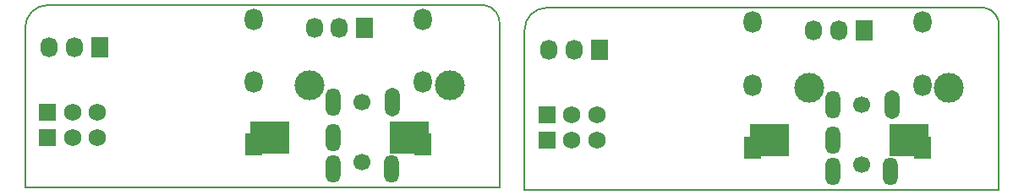
<source format=gts>
G04 #@! TF.FileFunction,Soldermask,Top*
%FSLAX45Y45*%
G04 Gerber Fmt 4.5, Leading zero omitted, Abs format (unit mm)*
G04 Created by KiCad (PCBNEW 4.0.6+dfsg1-1) date Thu Nov  2 20:52:10 2017*
%MOMM*%
%LPD*%
G01*
G04 APERTURE LIST*
%ADD10C,0.150000*%
%ADD11R,1.800860X2.199640*%
%ADD12O,1.800860X2.199640*%
%ADD13R,1.727200X2.032000*%
%ADD14O,1.727200X2.032000*%
%ADD15C,1.750060*%
%ADD16R,1.750060X1.750060*%
%ADD17R,4.000000X3.200000*%
%ADD18C,3.000000*%
%ADD19O,1.500000X2.800000*%
%ADD20O,1.500000X2.900000*%
%ADD21C,1.700000*%
G04 APERTURE END LIST*
D10*
X19975000Y-15340000D02*
X15225000Y-15340000D01*
X15450000Y-13515000D02*
G75*
G03X15225000Y-13740000I0J-225000D01*
G01*
X19975000Y-13715000D02*
G75*
G03X19825000Y-13515000I-175000J25000D01*
G01*
X15225000Y-15340000D02*
X15225000Y-13740000D01*
X15450000Y-13515000D02*
X19825000Y-13515000D01*
X19975000Y-15340000D02*
X19975000Y-13715000D01*
X14975000Y-15315000D02*
X14975000Y-13690000D01*
X10450000Y-13490000D02*
X14825000Y-13490000D01*
X10225000Y-15315000D02*
X10225000Y-13715000D01*
X14975000Y-13690000D02*
G75*
G03X14825000Y-13490000I-175000J25000D01*
G01*
X10450000Y-13490000D02*
G75*
G03X10225000Y-13715000I0J-225000D01*
G01*
X14975000Y-15315000D02*
X10225000Y-15315000D01*
D11*
X17510000Y-14919884D03*
D12*
X17510000Y-14289964D03*
X17510000Y-13660044D03*
D11*
X19210000Y-14919884D03*
D12*
X19210000Y-14289964D03*
X19210000Y-13660044D03*
D13*
X15975000Y-13940000D03*
D14*
X15721000Y-13940000D03*
X15467000Y-13940000D03*
D15*
X15949936Y-14589938D03*
D16*
X15450064Y-14589938D03*
D15*
X15700000Y-14589938D03*
X15700000Y-14839874D03*
D16*
X15450064Y-14839874D03*
D15*
X15949936Y-14839874D03*
D13*
X18625000Y-13740000D03*
D14*
X18371000Y-13740000D03*
X18117000Y-13740000D03*
D17*
X19075000Y-14840000D03*
X17675000Y-14840000D03*
D18*
X19475000Y-14315000D03*
X18075000Y-14315000D03*
D19*
X18892500Y-15160000D03*
X18312500Y-15160000D03*
X18312500Y-14840000D03*
X18312500Y-14490000D03*
D20*
X18902500Y-14490000D03*
D21*
X18602500Y-15090000D03*
X18602500Y-14490000D03*
D13*
X10975000Y-13915000D03*
D14*
X10721000Y-13915000D03*
X10467000Y-13915000D03*
D15*
X10949936Y-14564938D03*
D16*
X10450064Y-14564938D03*
D15*
X10700000Y-14564938D03*
X10700000Y-14814874D03*
D16*
X10450064Y-14814874D03*
D15*
X10949936Y-14814874D03*
D13*
X13625000Y-13715000D03*
D14*
X13371000Y-13715000D03*
X13125000Y-13715000D03*
D17*
X14075000Y-14815000D03*
X12675000Y-14815000D03*
D18*
X14475000Y-14290000D03*
X13075000Y-14290000D03*
D19*
X13890000Y-15135000D03*
X13310000Y-15135000D03*
X13310000Y-14815000D03*
X13310000Y-14465000D03*
D20*
X13900000Y-14465000D03*
D21*
X13600000Y-15065000D03*
X13600000Y-14465000D03*
D11*
X12510000Y-14889884D03*
D12*
X12510000Y-14259964D03*
X12510000Y-13630044D03*
D11*
X14210000Y-14889884D03*
D12*
X14210000Y-14259964D03*
X14210000Y-13630044D03*
M02*

</source>
